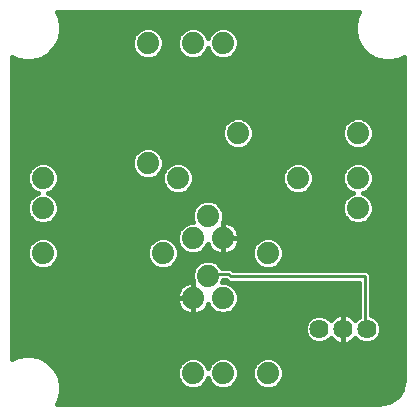
<source format=gbl>
G75*
G70*
%OFA0B0*%
%FSLAX24Y24*%
%IPPOS*%
%LPD*%
%AMOC8*
5,1,8,0,0,1.08239X$1,22.5*
%
%ADD10C,0.0740*%
%ADD11C,0.0640*%
%ADD12C,0.0160*%
%ADD13C,0.0100*%
D10*
X001680Y005680D03*
X001680Y007180D03*
X001680Y008180D03*
X005180Y008680D03*
X006180Y008180D03*
X007180Y006930D03*
X006680Y006180D03*
X007680Y006180D03*
X007180Y004930D03*
X006680Y004180D03*
X007680Y004180D03*
X009180Y005680D03*
X010180Y008180D03*
X012180Y008180D03*
X012180Y007180D03*
X012180Y009680D03*
X008180Y009680D03*
X007680Y012680D03*
X006680Y012680D03*
X005180Y012680D03*
X005680Y005680D03*
X006680Y001680D03*
X007680Y001680D03*
X009180Y001680D03*
D11*
X010893Y003149D03*
X011680Y003149D03*
X012467Y003149D03*
D12*
X006207Y001924D02*
X001999Y001924D01*
X002064Y001858D02*
X001858Y002064D01*
X001607Y002210D01*
X001325Y002285D01*
X001035Y002285D01*
X000753Y002210D01*
X000660Y002156D01*
X000660Y012204D01*
X000753Y012150D01*
X001035Y012075D01*
X001325Y012075D01*
X001607Y012150D01*
X001858Y012296D01*
X002064Y012502D01*
X002210Y012753D01*
X002285Y013035D01*
X002285Y013325D01*
X002210Y013607D01*
X002156Y013700D01*
X012204Y013700D01*
X012150Y013607D01*
X012075Y013325D01*
X012075Y013035D01*
X012150Y012753D01*
X012296Y012502D01*
X012502Y012296D01*
X012753Y012150D01*
X013035Y012075D01*
X013325Y012075D01*
X013607Y012150D01*
X013700Y012204D01*
X013700Y001430D01*
X013693Y001329D01*
X013641Y001135D01*
X013541Y000961D01*
X013399Y000819D01*
X013225Y000719D01*
X013031Y000667D01*
X012930Y000660D01*
X002156Y000660D01*
X002210Y000753D01*
X002285Y001035D01*
X002285Y001325D01*
X002210Y001607D01*
X002064Y001858D01*
X002118Y001765D02*
X006150Y001765D01*
X006150Y001785D02*
X006150Y001575D01*
X006231Y001380D01*
X006380Y001231D01*
X006575Y001150D01*
X006785Y001150D01*
X006980Y001231D01*
X007129Y001380D01*
X007180Y001502D01*
X007231Y001380D01*
X007380Y001231D01*
X007575Y001150D01*
X007785Y001150D01*
X007980Y001231D01*
X008129Y001380D01*
X008210Y001575D01*
X008210Y001785D01*
X008129Y001980D01*
X007980Y002129D01*
X007785Y002210D01*
X007575Y002210D01*
X007380Y002129D01*
X007231Y001980D01*
X007180Y001858D01*
X007129Y001980D01*
X006980Y002129D01*
X006785Y002210D01*
X006575Y002210D01*
X006380Y002129D01*
X006231Y001980D01*
X006150Y001785D01*
X006150Y001607D02*
X002210Y001607D01*
X002252Y001448D02*
X006202Y001448D01*
X006321Y001290D02*
X002285Y001290D01*
X002285Y001131D02*
X013639Y001131D01*
X013683Y001290D02*
X009539Y001290D01*
X009480Y001231D02*
X009629Y001380D01*
X009710Y001575D01*
X009710Y001785D01*
X009629Y001980D01*
X009480Y002129D01*
X009285Y002210D01*
X009075Y002210D01*
X008880Y002129D01*
X008731Y001980D01*
X008650Y001785D01*
X008650Y001575D01*
X008731Y001380D01*
X008880Y001231D01*
X009075Y001150D01*
X009285Y001150D01*
X009480Y001231D01*
X009658Y001448D02*
X013700Y001448D01*
X013700Y001607D02*
X009710Y001607D01*
X009710Y001765D02*
X013700Y001765D01*
X013700Y001924D02*
X009653Y001924D01*
X009528Y002082D02*
X013700Y002082D01*
X013700Y002241D02*
X001492Y002241D01*
X001828Y002082D02*
X006332Y002082D01*
X007028Y002082D02*
X007332Y002082D01*
X007207Y001924D02*
X007153Y001924D01*
X007158Y001448D02*
X007202Y001448D01*
X007321Y001290D02*
X007039Y001290D01*
X008039Y001290D02*
X008821Y001290D01*
X008702Y001448D02*
X008158Y001448D01*
X008210Y001607D02*
X008650Y001607D01*
X008650Y001765D02*
X008210Y001765D01*
X008153Y001924D02*
X008707Y001924D01*
X008832Y002082D02*
X008028Y002082D01*
X007785Y003650D02*
X007575Y003650D01*
X007380Y003731D01*
X007231Y003880D01*
X007191Y003974D01*
X007190Y003969D01*
X007150Y003892D01*
X007100Y003822D01*
X007038Y003760D01*
X006968Y003710D01*
X006891Y003670D01*
X006809Y003644D01*
X006723Y003630D01*
X006680Y003630D01*
X006680Y004180D01*
X006680Y004180D01*
X006680Y004730D01*
X006689Y004730D01*
X006650Y004825D01*
X006650Y005035D01*
X006731Y005230D01*
X006880Y005379D01*
X007075Y005460D01*
X007285Y005460D01*
X007480Y005379D01*
X007629Y005230D01*
X007646Y005190D01*
X007947Y005190D01*
X008027Y005110D01*
X012507Y005110D01*
X012630Y004987D01*
X012630Y003601D01*
X012739Y003555D01*
X012874Y003420D01*
X012947Y003244D01*
X012947Y003053D01*
X012874Y002877D01*
X012739Y002742D01*
X012563Y002669D01*
X012372Y002669D01*
X012196Y002742D01*
X012084Y002853D01*
X012061Y002823D01*
X012006Y002767D01*
X011942Y002721D01*
X011872Y002685D01*
X011797Y002661D01*
X011719Y002649D01*
X011680Y002649D01*
X011680Y003148D01*
X011680Y003148D01*
X011680Y002649D01*
X011641Y002649D01*
X011563Y002661D01*
X011488Y002685D01*
X011418Y002721D01*
X011354Y002767D01*
X011299Y002823D01*
X011276Y002853D01*
X011164Y002742D01*
X010988Y002669D01*
X010797Y002669D01*
X010621Y002742D01*
X010486Y002877D01*
X010413Y003053D01*
X010413Y003244D01*
X010486Y003420D01*
X010621Y003555D01*
X010797Y003629D01*
X010988Y003629D01*
X011164Y003555D01*
X011276Y003444D01*
X011299Y003474D01*
X011354Y003530D01*
X011418Y003576D01*
X011488Y003612D01*
X011563Y003636D01*
X011641Y003649D01*
X011680Y003649D01*
X011680Y003149D01*
X011680Y003149D01*
X011680Y003649D01*
X011719Y003649D01*
X011797Y003636D01*
X011872Y003612D01*
X011942Y003576D01*
X012006Y003530D01*
X012061Y003474D01*
X012084Y003444D01*
X012196Y003555D01*
X012210Y003561D01*
X012210Y004690D01*
X007853Y004690D01*
X007773Y004770D01*
X007687Y004770D01*
X007663Y004710D01*
X007785Y004710D01*
X007980Y004629D01*
X008129Y004480D01*
X008210Y004285D01*
X008210Y004075D01*
X008129Y003880D01*
X007980Y003731D01*
X007785Y003650D01*
X007826Y003667D02*
X012210Y003667D01*
X012210Y003826D02*
X008075Y003826D01*
X008172Y003984D02*
X012210Y003984D01*
X012210Y004143D02*
X008210Y004143D01*
X008204Y004301D02*
X012210Y004301D01*
X012210Y004460D02*
X008138Y004460D01*
X007992Y004618D02*
X012210Y004618D01*
X012630Y004618D02*
X013700Y004618D01*
X013700Y004460D02*
X012630Y004460D01*
X012630Y004301D02*
X013700Y004301D01*
X013700Y004143D02*
X012630Y004143D01*
X012630Y003984D02*
X013700Y003984D01*
X013700Y003826D02*
X012630Y003826D01*
X012630Y003667D02*
X013700Y003667D01*
X013700Y003509D02*
X012786Y003509D01*
X012903Y003350D02*
X013700Y003350D01*
X013700Y003192D02*
X012947Y003192D01*
X012939Y003033D02*
X013700Y003033D01*
X013700Y002875D02*
X012872Y002875D01*
X012678Y002716D02*
X013700Y002716D01*
X013700Y002558D02*
X000660Y002558D01*
X000660Y002716D02*
X010682Y002716D01*
X010488Y002875D02*
X000660Y002875D01*
X000660Y003033D02*
X010421Y003033D01*
X010413Y003192D02*
X000660Y003192D01*
X000660Y003350D02*
X010457Y003350D01*
X010574Y003509D02*
X000660Y003509D01*
X000660Y003667D02*
X006479Y003667D01*
X006469Y003670D02*
X006551Y003644D01*
X006637Y003630D01*
X006680Y003630D01*
X006680Y004180D01*
X006680Y004180D01*
X006680Y004180D01*
X006130Y004180D01*
X006130Y004223D01*
X006144Y004309D01*
X006170Y004391D01*
X006210Y004468D01*
X006260Y004538D01*
X006322Y004600D01*
X006392Y004650D01*
X006469Y004690D01*
X006551Y004716D01*
X006637Y004730D01*
X006680Y004730D01*
X006680Y004180D01*
X006130Y004180D01*
X006130Y004137D01*
X006144Y004051D01*
X006170Y003969D01*
X006210Y003892D01*
X006260Y003822D01*
X006322Y003760D01*
X006392Y003710D01*
X006469Y003670D01*
X006680Y003667D02*
X006680Y003667D01*
X006680Y003826D02*
X006680Y003826D01*
X006680Y003984D02*
X006680Y003984D01*
X006680Y004143D02*
X006680Y004143D01*
X006680Y004301D02*
X006680Y004301D01*
X006680Y004460D02*
X006680Y004460D01*
X006680Y004618D02*
X006680Y004618D01*
X006670Y004777D02*
X000660Y004777D01*
X000660Y004935D02*
X006650Y004935D01*
X006674Y005094D02*
X000660Y005094D01*
X000660Y005252D02*
X001358Y005252D01*
X001380Y005231D02*
X001575Y005150D01*
X001785Y005150D01*
X001980Y005231D01*
X002129Y005380D01*
X002210Y005575D01*
X002210Y005785D01*
X002129Y005980D01*
X001980Y006129D01*
X001785Y006210D01*
X001575Y006210D01*
X001380Y006129D01*
X001231Y005980D01*
X001150Y005785D01*
X001150Y005575D01*
X001231Y005380D01*
X001380Y005231D01*
X001218Y005411D02*
X000660Y005411D01*
X000660Y005569D02*
X001152Y005569D01*
X001150Y005728D02*
X000660Y005728D01*
X000660Y005886D02*
X001192Y005886D01*
X001295Y006045D02*
X000660Y006045D01*
X000660Y006203D02*
X001558Y006203D01*
X001802Y006203D02*
X005558Y006203D01*
X005575Y006210D02*
X005380Y006129D01*
X005231Y005980D01*
X005150Y005785D01*
X005150Y005575D01*
X005231Y005380D01*
X005380Y005231D01*
X005575Y005150D01*
X005785Y005150D01*
X005980Y005231D01*
X006129Y005380D01*
X006210Y005575D01*
X006210Y005785D01*
X006129Y005980D01*
X005980Y006129D01*
X005785Y006210D01*
X005575Y006210D01*
X005802Y006203D02*
X006150Y006203D01*
X006150Y006285D02*
X006150Y006075D01*
X006231Y005880D01*
X006380Y005731D01*
X006575Y005650D01*
X006785Y005650D01*
X006980Y005731D01*
X007129Y005880D01*
X007169Y005974D01*
X007170Y005969D01*
X007210Y005892D01*
X007260Y005822D01*
X007322Y005760D01*
X007392Y005710D01*
X007469Y005670D01*
X007551Y005644D01*
X007637Y005630D01*
X007680Y005630D01*
X007723Y005630D01*
X007809Y005644D01*
X007891Y005670D01*
X007968Y005710D01*
X008038Y005760D01*
X008100Y005822D01*
X008150Y005892D01*
X008190Y005969D01*
X008216Y006051D01*
X008230Y006137D01*
X008230Y006180D01*
X008230Y006223D01*
X008216Y006309D01*
X008190Y006391D01*
X008150Y006468D01*
X008100Y006538D01*
X008038Y006600D01*
X007968Y006650D01*
X007891Y006690D01*
X007809Y006716D01*
X007723Y006730D01*
X007680Y006730D01*
X007680Y006180D01*
X008230Y006180D01*
X007680Y006180D01*
X007680Y006180D01*
X007680Y006180D01*
X007680Y005630D01*
X007680Y006180D01*
X007680Y006180D01*
X007680Y006730D01*
X007671Y006730D01*
X007710Y006825D01*
X007710Y007035D01*
X007629Y007230D01*
X007480Y007379D01*
X007285Y007460D01*
X007075Y007460D01*
X006880Y007379D01*
X006731Y007230D01*
X006650Y007035D01*
X006650Y006825D01*
X006697Y006710D01*
X006575Y006710D01*
X006380Y006629D01*
X006231Y006480D01*
X006150Y006285D01*
X006182Y006362D02*
X000660Y006362D01*
X000660Y006520D02*
X006270Y006520D01*
X006499Y006679D02*
X001854Y006679D01*
X001785Y006650D02*
X001980Y006731D01*
X002129Y006880D01*
X002210Y007075D01*
X002210Y007285D01*
X002129Y007480D01*
X001980Y007629D01*
X001858Y007680D01*
X001980Y007731D01*
X002129Y007880D01*
X002210Y008075D01*
X002210Y008285D01*
X002129Y008480D01*
X001980Y008629D01*
X001785Y008710D01*
X001575Y008710D01*
X001380Y008629D01*
X001231Y008480D01*
X001150Y008285D01*
X001150Y008075D01*
X001231Y007880D01*
X001380Y007731D01*
X001502Y007680D01*
X001380Y007629D01*
X001231Y007480D01*
X001150Y007285D01*
X001150Y007075D01*
X001231Y006880D01*
X001380Y006731D01*
X001575Y006650D01*
X001785Y006650D01*
X001506Y006679D02*
X000660Y006679D01*
X000660Y006837D02*
X001273Y006837D01*
X001183Y006996D02*
X000660Y006996D01*
X000660Y007154D02*
X001150Y007154D01*
X001161Y007313D02*
X000660Y007313D01*
X000660Y007471D02*
X001227Y007471D01*
X001380Y007630D02*
X000660Y007630D01*
X000660Y007788D02*
X001322Y007788D01*
X001203Y007947D02*
X000660Y007947D01*
X000660Y008105D02*
X001150Y008105D01*
X001150Y008264D02*
X000660Y008264D01*
X000660Y008422D02*
X001207Y008422D01*
X001331Y008581D02*
X000660Y008581D01*
X000660Y008739D02*
X004650Y008739D01*
X004650Y008785D02*
X004650Y008575D01*
X004731Y008380D01*
X004880Y008231D01*
X005075Y008150D01*
X005285Y008150D01*
X005480Y008231D01*
X005629Y008380D01*
X005710Y008575D01*
X005710Y008785D01*
X005629Y008980D01*
X005480Y009129D01*
X005285Y009210D01*
X005075Y009210D01*
X004880Y009129D01*
X004731Y008980D01*
X004650Y008785D01*
X004696Y008898D02*
X000660Y008898D01*
X000660Y009056D02*
X004806Y009056D01*
X004650Y008581D02*
X002029Y008581D01*
X002153Y008422D02*
X004713Y008422D01*
X004847Y008264D02*
X002210Y008264D01*
X002210Y008105D02*
X005650Y008105D01*
X005650Y008075D02*
X005731Y007880D01*
X005880Y007731D01*
X006075Y007650D01*
X006285Y007650D01*
X006480Y007731D01*
X006629Y007880D01*
X006710Y008075D01*
X006710Y008285D01*
X006629Y008480D01*
X006480Y008629D01*
X006285Y008710D01*
X006075Y008710D01*
X005880Y008629D01*
X005731Y008480D01*
X005650Y008285D01*
X005650Y008075D01*
X005703Y007947D02*
X002157Y007947D01*
X002038Y007788D02*
X005822Y007788D01*
X005650Y008264D02*
X005513Y008264D01*
X005647Y008422D02*
X005707Y008422D01*
X005710Y008581D02*
X005831Y008581D01*
X005710Y008739D02*
X013700Y008739D01*
X013700Y008581D02*
X012529Y008581D01*
X012480Y008629D02*
X012629Y008480D01*
X012710Y008285D01*
X012710Y008075D01*
X012629Y007880D01*
X012480Y007731D01*
X012358Y007680D01*
X012480Y007629D01*
X012629Y007480D01*
X012710Y007285D01*
X012710Y007075D01*
X012629Y006880D01*
X012480Y006731D01*
X012285Y006650D01*
X012075Y006650D01*
X011880Y006731D01*
X011731Y006880D01*
X011650Y007075D01*
X011650Y007285D01*
X011731Y007480D01*
X011880Y007629D01*
X012002Y007680D01*
X011880Y007731D01*
X011731Y007880D01*
X011650Y008075D01*
X011650Y008285D01*
X011731Y008480D01*
X011880Y008629D01*
X012075Y008710D01*
X012285Y008710D01*
X012480Y008629D01*
X012653Y008422D02*
X013700Y008422D01*
X013700Y008264D02*
X012710Y008264D01*
X012710Y008105D02*
X013700Y008105D01*
X013700Y007947D02*
X012657Y007947D01*
X012538Y007788D02*
X013700Y007788D01*
X013700Y007630D02*
X012480Y007630D01*
X012633Y007471D02*
X013700Y007471D01*
X013700Y007313D02*
X012699Y007313D01*
X012710Y007154D02*
X013700Y007154D01*
X013700Y006996D02*
X012677Y006996D01*
X012587Y006837D02*
X013700Y006837D01*
X013700Y006679D02*
X012354Y006679D01*
X012006Y006679D02*
X007913Y006679D01*
X008113Y006520D02*
X013700Y006520D01*
X013700Y006362D02*
X008199Y006362D01*
X008230Y006203D02*
X009058Y006203D01*
X009075Y006210D02*
X008880Y006129D01*
X008731Y005980D01*
X008650Y005785D01*
X008650Y005575D01*
X008731Y005380D01*
X008880Y005231D01*
X009075Y005150D01*
X009285Y005150D01*
X009480Y005231D01*
X009629Y005380D01*
X009710Y005575D01*
X009710Y005785D01*
X009629Y005980D01*
X009480Y006129D01*
X009285Y006210D01*
X009075Y006210D01*
X009302Y006203D02*
X013700Y006203D01*
X013700Y006045D02*
X009565Y006045D01*
X009668Y005886D02*
X013700Y005886D01*
X013700Y005728D02*
X009710Y005728D01*
X009708Y005569D02*
X013700Y005569D01*
X013700Y005411D02*
X009642Y005411D01*
X009502Y005252D02*
X013700Y005252D01*
X013700Y005094D02*
X012523Y005094D01*
X012630Y004935D02*
X013700Y004935D01*
X013700Y004777D02*
X012630Y004777D01*
X012149Y003509D02*
X012027Y003509D01*
X011680Y003509D02*
X011680Y003509D01*
X011680Y003350D02*
X011680Y003350D01*
X011680Y003192D02*
X011680Y003192D01*
X011680Y003033D02*
X011680Y003033D01*
X011680Y002875D02*
X011680Y002875D01*
X011680Y002716D02*
X011680Y002716D01*
X011933Y002716D02*
X012257Y002716D01*
X011427Y002716D02*
X011103Y002716D01*
X011211Y003509D02*
X011333Y003509D01*
X013700Y002399D02*
X000660Y002399D01*
X000660Y002241D02*
X000868Y002241D01*
X002268Y000973D02*
X013547Y000973D01*
X013390Y000814D02*
X002226Y000814D01*
X000660Y003826D02*
X006258Y003826D01*
X006165Y003984D02*
X000660Y003984D01*
X000660Y004143D02*
X006130Y004143D01*
X006142Y004301D02*
X000660Y004301D01*
X000660Y004460D02*
X006205Y004460D01*
X006347Y004618D02*
X000660Y004618D01*
X002002Y005252D02*
X005358Y005252D01*
X005218Y005411D02*
X002142Y005411D01*
X002208Y005569D02*
X005152Y005569D01*
X005150Y005728D02*
X002210Y005728D01*
X002168Y005886D02*
X005192Y005886D01*
X005295Y006045D02*
X002065Y006045D01*
X002087Y006837D02*
X006650Y006837D01*
X006650Y006996D02*
X002177Y006996D01*
X002210Y007154D02*
X006699Y007154D01*
X006813Y007313D02*
X002199Y007313D01*
X002133Y007471D02*
X011727Y007471D01*
X011880Y007630D02*
X001980Y007630D01*
X000660Y009215D02*
X007919Y009215D01*
X007880Y009231D02*
X008075Y009150D01*
X008285Y009150D01*
X008480Y009231D01*
X008629Y009380D01*
X008710Y009575D01*
X008710Y009785D01*
X008629Y009980D01*
X008480Y010129D01*
X008285Y010210D01*
X008075Y010210D01*
X007880Y010129D01*
X007731Y009980D01*
X007650Y009785D01*
X007650Y009575D01*
X007731Y009380D01*
X007880Y009231D01*
X007737Y009373D02*
X000660Y009373D01*
X000660Y009532D02*
X007668Y009532D01*
X007650Y009690D02*
X000660Y009690D01*
X000660Y009849D02*
X007676Y009849D01*
X007757Y010007D02*
X000660Y010007D01*
X000660Y010166D02*
X007967Y010166D01*
X008393Y010166D02*
X011967Y010166D01*
X011880Y010129D02*
X012075Y010210D01*
X012285Y010210D01*
X012480Y010129D01*
X012629Y009980D01*
X012710Y009785D01*
X012710Y009575D01*
X012629Y009380D01*
X012480Y009231D01*
X012285Y009150D01*
X012075Y009150D01*
X011880Y009231D01*
X011731Y009380D01*
X011650Y009575D01*
X011650Y009785D01*
X011731Y009980D01*
X011880Y010129D01*
X011757Y010007D02*
X008603Y010007D01*
X008684Y009849D02*
X011676Y009849D01*
X011650Y009690D02*
X008710Y009690D01*
X008692Y009532D02*
X011668Y009532D01*
X011737Y009373D02*
X008623Y009373D01*
X008441Y009215D02*
X011919Y009215D01*
X012441Y009215D02*
X013700Y009215D01*
X013700Y009373D02*
X012623Y009373D01*
X012692Y009532D02*
X013700Y009532D01*
X013700Y009690D02*
X012710Y009690D01*
X012684Y009849D02*
X013700Y009849D01*
X013700Y010007D02*
X012603Y010007D01*
X012393Y010166D02*
X013700Y010166D01*
X013700Y010324D02*
X000660Y010324D01*
X000660Y010483D02*
X013700Y010483D01*
X013700Y010641D02*
X000660Y010641D01*
X000660Y010800D02*
X013700Y010800D01*
X013700Y010958D02*
X000660Y010958D01*
X000660Y011117D02*
X013700Y011117D01*
X013700Y011275D02*
X000660Y011275D01*
X000660Y011434D02*
X013700Y011434D01*
X013700Y011592D02*
X000660Y011592D01*
X000660Y011751D02*
X013700Y011751D01*
X013700Y011909D02*
X000660Y011909D01*
X000660Y012068D02*
X013700Y012068D01*
X012622Y012226D02*
X007969Y012226D01*
X007980Y012231D02*
X008129Y012380D01*
X008210Y012575D01*
X008210Y012785D01*
X008129Y012980D01*
X007980Y013129D01*
X007785Y013210D01*
X007575Y013210D01*
X007380Y013129D01*
X007231Y012980D01*
X007180Y012858D01*
X007129Y012980D01*
X006980Y013129D01*
X006785Y013210D01*
X006575Y013210D01*
X006380Y013129D01*
X006231Y012980D01*
X006150Y012785D01*
X006150Y012575D01*
X006231Y012380D01*
X006380Y012231D01*
X006575Y012150D01*
X006785Y012150D01*
X006980Y012231D01*
X007129Y012380D01*
X007180Y012502D01*
X007231Y012380D01*
X007380Y012231D01*
X007575Y012150D01*
X007785Y012150D01*
X007980Y012231D01*
X008131Y012385D02*
X012413Y012385D01*
X012272Y012543D02*
X008197Y012543D01*
X008210Y012702D02*
X012180Y012702D01*
X012122Y012860D02*
X008179Y012860D01*
X008091Y013019D02*
X012079Y013019D01*
X012075Y013177D02*
X007865Y013177D01*
X007495Y013177D02*
X006865Y013177D01*
X007091Y013019D02*
X007269Y013019D01*
X007181Y012860D02*
X007179Y012860D01*
X007131Y012385D02*
X007229Y012385D01*
X007391Y012226D02*
X006969Y012226D01*
X006391Y012226D02*
X005469Y012226D01*
X005480Y012231D02*
X005629Y012380D01*
X005710Y012575D01*
X005710Y012785D01*
X005629Y012980D01*
X005480Y013129D01*
X005285Y013210D01*
X005075Y013210D01*
X004880Y013129D01*
X004731Y012980D01*
X004650Y012785D01*
X004650Y012575D01*
X004731Y012380D01*
X004880Y012231D01*
X005075Y012150D01*
X005285Y012150D01*
X005480Y012231D01*
X005631Y012385D02*
X006229Y012385D01*
X006163Y012543D02*
X005697Y012543D01*
X005710Y012702D02*
X006150Y012702D01*
X006181Y012860D02*
X005679Y012860D01*
X005591Y013019D02*
X006269Y013019D01*
X006495Y013177D02*
X005365Y013177D01*
X004995Y013177D02*
X002285Y013177D01*
X002281Y013019D02*
X004769Y013019D01*
X004681Y012860D02*
X002238Y012860D01*
X002180Y012702D02*
X004650Y012702D01*
X004663Y012543D02*
X002088Y012543D01*
X001947Y012385D02*
X004729Y012385D01*
X004891Y012226D02*
X001738Y012226D01*
X002282Y013336D02*
X012078Y013336D01*
X012120Y013494D02*
X002240Y013494D01*
X002183Y013653D02*
X012177Y013653D01*
X013700Y009056D02*
X005554Y009056D01*
X005664Y008898D02*
X013700Y008898D01*
X011831Y008581D02*
X010529Y008581D01*
X010480Y008629D02*
X010285Y008710D01*
X010075Y008710D01*
X009880Y008629D01*
X009731Y008480D01*
X009650Y008285D01*
X009650Y008075D01*
X009731Y007880D01*
X009880Y007731D01*
X010075Y007650D01*
X010285Y007650D01*
X010480Y007731D01*
X010629Y007880D01*
X010710Y008075D01*
X010710Y008285D01*
X010629Y008480D01*
X010480Y008629D01*
X010653Y008422D02*
X011707Y008422D01*
X011650Y008264D02*
X010710Y008264D01*
X010710Y008105D02*
X011650Y008105D01*
X011703Y007947D02*
X010657Y007947D01*
X010538Y007788D02*
X011822Y007788D01*
X011661Y007313D02*
X007547Y007313D01*
X007661Y007154D02*
X011650Y007154D01*
X011683Y006996D02*
X007710Y006996D01*
X007710Y006837D02*
X011773Y006837D01*
X009822Y007788D02*
X006538Y007788D01*
X006657Y007947D02*
X009703Y007947D01*
X009650Y008105D02*
X006710Y008105D01*
X006710Y008264D02*
X009650Y008264D01*
X009707Y008422D02*
X006653Y008422D01*
X006529Y008581D02*
X009831Y008581D01*
X007680Y006679D02*
X007680Y006679D01*
X007680Y006520D02*
X007680Y006520D01*
X007680Y006362D02*
X007680Y006362D01*
X007680Y006203D02*
X007680Y006203D01*
X007680Y006045D02*
X007680Y006045D01*
X007680Y005886D02*
X007680Y005886D01*
X007680Y005728D02*
X007680Y005728D01*
X007993Y005728D02*
X008650Y005728D01*
X008652Y005569D02*
X006208Y005569D01*
X006210Y005728D02*
X006387Y005728D01*
X006228Y005886D02*
X006168Y005886D01*
X006162Y006045D02*
X006065Y006045D01*
X006142Y005411D02*
X006955Y005411D01*
X006752Y005252D02*
X006002Y005252D01*
X006973Y005728D02*
X007367Y005728D01*
X007214Y005886D02*
X007132Y005886D01*
X007405Y005411D02*
X008718Y005411D01*
X008858Y005252D02*
X007608Y005252D01*
X008146Y005886D02*
X008692Y005886D01*
X008795Y006045D02*
X008214Y006045D01*
X007285Y003826D02*
X007102Y003826D01*
X006881Y003667D02*
X007534Y003667D01*
D13*
X007940Y004900D02*
X007860Y004980D01*
X007220Y004980D01*
X007180Y004930D01*
X007940Y004900D02*
X012420Y004900D01*
X012420Y003220D01*
X012467Y003149D01*
M02*

</source>
